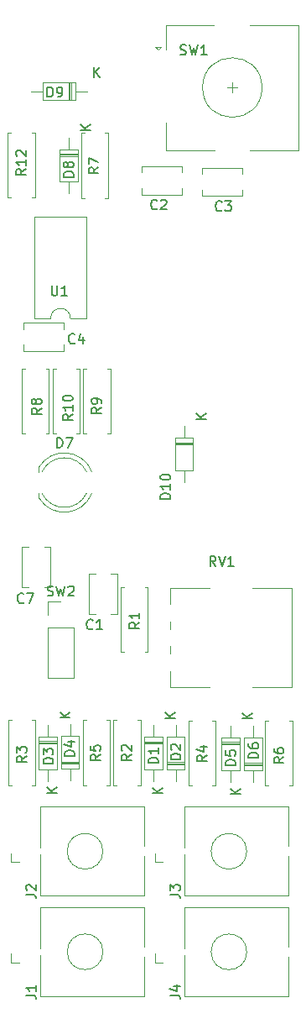
<source format=gbr>
%TF.GenerationSoftware,KiCad,Pcbnew,(5.1.6)-1*%
%TF.CreationDate,2021-07-09T22:50:56+02:00*%
%TF.ProjectId,Quantizer,5175616e-7469-47a6-9572-2e6b69636164,rev?*%
%TF.SameCoordinates,Original*%
%TF.FileFunction,Legend,Top*%
%TF.FilePolarity,Positive*%
%FSLAX46Y46*%
G04 Gerber Fmt 4.6, Leading zero omitted, Abs format (unit mm)*
G04 Created by KiCad (PCBNEW (5.1.6)-1) date 2021-07-09 22:50:56*
%MOMM*%
%LPD*%
G01*
G04 APERTURE LIST*
%ADD10C,0.120000*%
%ADD11C,0.150000*%
G04 APERTURE END LIST*
D10*
%TO.C,SW1*%
X198099600Y-69835400D02*
G75*
G03*
X198099600Y-69835400I-3000000J0D01*
G01*
X196899600Y-63535400D02*
X201799600Y-63535400D01*
X201799600Y-63535400D02*
X201799600Y-76135400D01*
X201799600Y-76135400D02*
X196899600Y-76135400D01*
X193299600Y-76135400D02*
X188399600Y-76135400D01*
X188399600Y-76135400D02*
X188399600Y-73335400D01*
X193199600Y-63535400D02*
X188399600Y-63535400D01*
X188399600Y-63535400D02*
X188399600Y-66035400D01*
X187599600Y-66035400D02*
X187299600Y-65735400D01*
X187299600Y-65735400D02*
X187899600Y-65735400D01*
X187899600Y-65735400D02*
X187599600Y-66035400D01*
X195099600Y-69335400D02*
X195099600Y-70335400D01*
X194599600Y-69835400D02*
X195599600Y-69835400D01*
%TO.C,D10*%
X191153400Y-105141600D02*
X189313400Y-105141600D01*
X189313400Y-105141600D02*
X189313400Y-108421600D01*
X189313400Y-108421600D02*
X191153400Y-108421600D01*
X191153400Y-108421600D02*
X191153400Y-105141600D01*
X190233400Y-103961600D02*
X190233400Y-105141600D01*
X190233400Y-109601600D02*
X190233400Y-108421600D01*
X191153400Y-105717600D02*
X189313400Y-105717600D01*
X191153400Y-105837600D02*
X189313400Y-105837600D01*
X191153400Y-105597600D02*
X189313400Y-105597600D01*
%TO.C,C7*%
X176718200Y-116171600D02*
X176718200Y-120211600D01*
X173878200Y-116171600D02*
X173878200Y-120211600D01*
X176718200Y-116171600D02*
X176093200Y-116171600D01*
X174503200Y-116171600D02*
X173878200Y-116171600D01*
X176718200Y-120211600D02*
X176093200Y-120211600D01*
X174503200Y-120211600D02*
X173878200Y-120211600D01*
%TO.C,SW2*%
X176439800Y-121631400D02*
X177769800Y-121631400D01*
X176439800Y-122961400D02*
X176439800Y-121631400D01*
X176439800Y-124231400D02*
X179099800Y-124231400D01*
X179099800Y-124231400D02*
X179099800Y-129371400D01*
X176439800Y-124231400D02*
X176439800Y-129371400D01*
X176439800Y-129371400D02*
X179099800Y-129371400D01*
%TO.C,D7*%
X175570300Y-110731800D02*
X175570300Y-111196800D01*
X175570300Y-108106800D02*
X175570300Y-108571800D01*
X180384779Y-110732229D02*
G75*
G02*
X175875616Y-110731800I-2254479J1080429D01*
G01*
X180384779Y-108571371D02*
G75*
G03*
X175875616Y-108571800I-2254479J-1080429D01*
G01*
X180918115Y-110732627D02*
G75*
G02*
X175570300Y-111196630I-2787815J1080827D01*
G01*
X180918115Y-108570973D02*
G75*
G03*
X175570300Y-108106970I-2787815J-1080827D01*
G01*
%TO.C,RV1*%
X201100600Y-120241000D02*
X201100600Y-130282000D01*
X188860600Y-128632000D02*
X188860600Y-130282000D01*
X188860600Y-126133000D02*
X188860600Y-126892000D01*
X188860600Y-123633000D02*
X188860600Y-124392000D01*
X188860600Y-120241000D02*
X188860600Y-121891000D01*
X197164600Y-130282000D02*
X201100600Y-130282000D01*
X188860600Y-130282000D02*
X192797600Y-130282000D01*
X197164600Y-120241000D02*
X201100600Y-120241000D01*
X188860600Y-120241000D02*
X192797600Y-120241000D01*
%TO.C,R10*%
X179690800Y-98203000D02*
X179360800Y-98203000D01*
X179690800Y-104743000D02*
X179690800Y-98203000D01*
X179360800Y-104743000D02*
X179690800Y-104743000D01*
X176950800Y-98203000D02*
X177280800Y-98203000D01*
X176950800Y-104743000D02*
X176950800Y-98203000D01*
X177280800Y-104743000D02*
X176950800Y-104743000D01*
%TO.C,R9*%
X182789600Y-98203000D02*
X182459600Y-98203000D01*
X182789600Y-104743000D02*
X182789600Y-98203000D01*
X182459600Y-104743000D02*
X182789600Y-104743000D01*
X180049600Y-98203000D02*
X180379600Y-98203000D01*
X180049600Y-104743000D02*
X180049600Y-98203000D01*
X180379600Y-104743000D02*
X180049600Y-104743000D01*
%TO.C,R8*%
X176592000Y-98203000D02*
X176262000Y-98203000D01*
X176592000Y-104743000D02*
X176592000Y-98203000D01*
X176262000Y-104743000D02*
X176592000Y-104743000D01*
X173852000Y-98203000D02*
X174182000Y-98203000D01*
X173852000Y-104743000D02*
X173852000Y-98203000D01*
X174182000Y-104743000D02*
X173852000Y-104743000D01*
%TO.C,R6*%
X198413800Y-140201400D02*
X198743800Y-140201400D01*
X198413800Y-133661400D02*
X198413800Y-140201400D01*
X198743800Y-133661400D02*
X198413800Y-133661400D01*
X201153800Y-140201400D02*
X200823800Y-140201400D01*
X201153800Y-133661400D02*
X201153800Y-140201400D01*
X200823800Y-133661400D02*
X201153800Y-133661400D01*
%TO.C,R5*%
X182738800Y-133610600D02*
X182408800Y-133610600D01*
X182738800Y-140150600D02*
X182738800Y-133610600D01*
X182408800Y-140150600D02*
X182738800Y-140150600D01*
X179998800Y-133610600D02*
X180328800Y-133610600D01*
X179998800Y-140150600D02*
X179998800Y-133610600D01*
X180328800Y-140150600D02*
X179998800Y-140150600D01*
%TO.C,R4*%
X193432200Y-133636000D02*
X193102200Y-133636000D01*
X193432200Y-140176000D02*
X193432200Y-133636000D01*
X193102200Y-140176000D02*
X193432200Y-140176000D01*
X190692200Y-133636000D02*
X191022200Y-133636000D01*
X190692200Y-140176000D02*
X190692200Y-133636000D01*
X191022200Y-140176000D02*
X190692200Y-140176000D01*
%TO.C,R3*%
X172455000Y-140150600D02*
X172785000Y-140150600D01*
X172455000Y-133610600D02*
X172455000Y-140150600D01*
X172785000Y-133610600D02*
X172455000Y-133610600D01*
X175195000Y-140150600D02*
X174865000Y-140150600D01*
X175195000Y-133610600D02*
X175195000Y-140150600D01*
X174865000Y-133610600D02*
X175195000Y-133610600D01*
%TO.C,R2*%
X183097600Y-140150600D02*
X183427600Y-140150600D01*
X183097600Y-133610600D02*
X183097600Y-140150600D01*
X183427600Y-133610600D02*
X183097600Y-133610600D01*
X185837600Y-140150600D02*
X185507600Y-140150600D01*
X185837600Y-133610600D02*
X185837600Y-140150600D01*
X185507600Y-133610600D02*
X185837600Y-133610600D01*
%TO.C,R1*%
X183842000Y-126739400D02*
X184172000Y-126739400D01*
X183842000Y-120199400D02*
X183842000Y-126739400D01*
X184172000Y-120199400D02*
X183842000Y-120199400D01*
X186582000Y-126739400D02*
X186252000Y-126739400D01*
X186582000Y-120199400D02*
X186582000Y-126739400D01*
X186252000Y-120199400D02*
X186582000Y-120199400D01*
%TO.C,J3*%
X187277600Y-147872000D02*
X187277600Y-147012000D01*
X187277600Y-147872000D02*
X188077600Y-147872000D01*
X196557600Y-146812000D02*
G75*
G03*
X196557600Y-146812000I-1800000J0D01*
G01*
X190257600Y-147162000D02*
X190257600Y-151312000D01*
X190257600Y-142312000D02*
X190257600Y-146462000D01*
X200757600Y-147312000D02*
X200757600Y-151312000D01*
X200757600Y-142312000D02*
X200757600Y-146312000D01*
X190257600Y-142312000D02*
X200757600Y-142312000D01*
X190257600Y-151312000D02*
X200757600Y-151312000D01*
%TO.C,J2*%
X172748800Y-147872000D02*
X172748800Y-147012000D01*
X172748800Y-147872000D02*
X173548800Y-147872000D01*
X182028800Y-146812000D02*
G75*
G03*
X182028800Y-146812000I-1800000J0D01*
G01*
X175728800Y-147162000D02*
X175728800Y-151312000D01*
X175728800Y-142312000D02*
X175728800Y-146462000D01*
X186228800Y-147312000D02*
X186228800Y-151312000D01*
X186228800Y-142312000D02*
X186228800Y-146312000D01*
X175728800Y-142312000D02*
X186228800Y-142312000D01*
X175728800Y-151312000D02*
X186228800Y-151312000D01*
%TO.C,J1*%
X172748800Y-158006600D02*
X172748800Y-157146600D01*
X172748800Y-158006600D02*
X173548800Y-158006600D01*
X182028800Y-156946600D02*
G75*
G03*
X182028800Y-156946600I-1800000J0D01*
G01*
X175728800Y-157296600D02*
X175728800Y-161446600D01*
X175728800Y-152446600D02*
X175728800Y-156596600D01*
X186228800Y-157446600D02*
X186228800Y-161446600D01*
X186228800Y-152446600D02*
X186228800Y-156446600D01*
X175728800Y-152446600D02*
X186228800Y-152446600D01*
X175728800Y-161446600D02*
X186228800Y-161446600D01*
%TO.C,D9*%
X178801400Y-71125600D02*
X178801400Y-69285600D01*
X178561400Y-71125600D02*
X178561400Y-69285600D01*
X178681400Y-71125600D02*
X178681400Y-69285600D01*
X174797400Y-70205600D02*
X175977400Y-70205600D01*
X180437400Y-70205600D02*
X179257400Y-70205600D01*
X175977400Y-71125600D02*
X179257400Y-71125600D01*
X175977400Y-69285600D02*
X175977400Y-71125600D01*
X179257400Y-69285600D02*
X175977400Y-69285600D01*
X179257400Y-71125600D02*
X179257400Y-69285600D01*
%TO.C,D6*%
X196280800Y-138166200D02*
X198120800Y-138166200D01*
X196280800Y-137926200D02*
X198120800Y-137926200D01*
X196280800Y-138046200D02*
X198120800Y-138046200D01*
X197200800Y-134162200D02*
X197200800Y-135342200D01*
X197200800Y-139802200D02*
X197200800Y-138622200D01*
X196280800Y-135342200D02*
X196280800Y-138622200D01*
X198120800Y-135342200D02*
X196280800Y-135342200D01*
X198120800Y-138622200D02*
X198120800Y-135342200D01*
X196280800Y-138622200D02*
X198120800Y-138622200D01*
%TO.C,D5*%
X195827000Y-135798200D02*
X193987000Y-135798200D01*
X195827000Y-136038200D02*
X193987000Y-136038200D01*
X195827000Y-135918200D02*
X193987000Y-135918200D01*
X194907000Y-139802200D02*
X194907000Y-138622200D01*
X194907000Y-134162200D02*
X194907000Y-135342200D01*
X195827000Y-138622200D02*
X195827000Y-135342200D01*
X193987000Y-138622200D02*
X195827000Y-138622200D01*
X193987000Y-135342200D02*
X193987000Y-138622200D01*
X195827000Y-135342200D02*
X193987000Y-135342200D01*
%TO.C,D4*%
X177789600Y-138013800D02*
X179629600Y-138013800D01*
X177789600Y-137773800D02*
X179629600Y-137773800D01*
X177789600Y-137893800D02*
X179629600Y-137893800D01*
X178709600Y-134009800D02*
X178709600Y-135189800D01*
X178709600Y-139649800D02*
X178709600Y-138469800D01*
X177789600Y-135189800D02*
X177789600Y-138469800D01*
X179629600Y-135189800D02*
X177789600Y-135189800D01*
X179629600Y-138469800D02*
X179629600Y-135189800D01*
X177789600Y-138469800D02*
X179629600Y-138469800D01*
%TO.C,D3*%
X177412000Y-135722000D02*
X175572000Y-135722000D01*
X177412000Y-135962000D02*
X175572000Y-135962000D01*
X177412000Y-135842000D02*
X175572000Y-135842000D01*
X176492000Y-139726000D02*
X176492000Y-138546000D01*
X176492000Y-134086000D02*
X176492000Y-135266000D01*
X177412000Y-138546000D02*
X177412000Y-135266000D01*
X175572000Y-138546000D02*
X177412000Y-138546000D01*
X175572000Y-135266000D02*
X175572000Y-138546000D01*
X177412000Y-135266000D02*
X175572000Y-135266000D01*
%TO.C,D2*%
X188457600Y-138090000D02*
X190297600Y-138090000D01*
X188457600Y-137850000D02*
X190297600Y-137850000D01*
X188457600Y-137970000D02*
X190297600Y-137970000D01*
X189377600Y-134086000D02*
X189377600Y-135266000D01*
X189377600Y-139726000D02*
X189377600Y-138546000D01*
X188457600Y-135266000D02*
X188457600Y-138546000D01*
X190297600Y-135266000D02*
X188457600Y-135266000D01*
X190297600Y-138546000D02*
X190297600Y-135266000D01*
X188457600Y-138546000D02*
X190297600Y-138546000D01*
%TO.C,D1*%
X188054600Y-135747400D02*
X186214600Y-135747400D01*
X188054600Y-135987400D02*
X186214600Y-135987400D01*
X188054600Y-135867400D02*
X186214600Y-135867400D01*
X187134600Y-139751400D02*
X187134600Y-138571400D01*
X187134600Y-134111400D02*
X187134600Y-135291400D01*
X188054600Y-138571400D02*
X188054600Y-135291400D01*
X186214600Y-138571400D02*
X188054600Y-138571400D01*
X186214600Y-135291400D02*
X186214600Y-138571400D01*
X188054600Y-135291400D02*
X186214600Y-135291400D01*
%TO.C,C3*%
X196102000Y-80144600D02*
X196102000Y-80769600D01*
X196102000Y-77929600D02*
X196102000Y-78554600D01*
X192062000Y-80144600D02*
X192062000Y-80769600D01*
X192062000Y-77929600D02*
X192062000Y-78554600D01*
X192062000Y-80769600D02*
X196102000Y-80769600D01*
X192062000Y-77929600D02*
X196102000Y-77929600D01*
%TO.C,C2*%
X189980600Y-79992200D02*
X189980600Y-80617200D01*
X189980600Y-77777200D02*
X189980600Y-78402200D01*
X185940600Y-79992200D02*
X185940600Y-80617200D01*
X185940600Y-77777200D02*
X185940600Y-78402200D01*
X185940600Y-80617200D02*
X189980600Y-80617200D01*
X185940600Y-77777200D02*
X189980600Y-77777200D01*
%TO.C,C1*%
X182857400Y-118878600D02*
X183482400Y-118878600D01*
X180642400Y-118878600D02*
X181267400Y-118878600D01*
X182857400Y-122918600D02*
X183482400Y-122918600D01*
X180642400Y-122918600D02*
X181267400Y-122918600D01*
X183482400Y-122918600D02*
X183482400Y-118878600D01*
X180642400Y-122918600D02*
X180642400Y-118878600D01*
%TO.C,U1*%
X175102400Y-93100200D02*
X176752400Y-93100200D01*
X175102400Y-82820200D02*
X175102400Y-93100200D01*
X180402400Y-82820200D02*
X175102400Y-82820200D01*
X180402400Y-93100200D02*
X180402400Y-82820200D01*
X178752400Y-93100200D02*
X180402400Y-93100200D01*
X176752400Y-93100200D02*
G75*
G02*
X178752400Y-93100200I1000000J0D01*
G01*
%TO.C,J4*%
X187277600Y-158006600D02*
X187277600Y-157146600D01*
X187277600Y-158006600D02*
X188077600Y-158006600D01*
X196557600Y-156946600D02*
G75*
G03*
X196557600Y-156946600I-1800000J0D01*
G01*
X190257600Y-157296600D02*
X190257600Y-161446600D01*
X190257600Y-152446600D02*
X190257600Y-156596600D01*
X200757600Y-157446600D02*
X200757600Y-161446600D01*
X200757600Y-152446600D02*
X200757600Y-156446600D01*
X190257600Y-152446600D02*
X200757600Y-152446600D01*
X190257600Y-161446600D02*
X200757600Y-161446600D01*
%TO.C,D8*%
X179494800Y-76514600D02*
X177654800Y-76514600D01*
X179494800Y-76754600D02*
X177654800Y-76754600D01*
X179494800Y-76634600D02*
X177654800Y-76634600D01*
X178574800Y-80518600D02*
X178574800Y-79338600D01*
X178574800Y-74878600D02*
X178574800Y-76058600D01*
X179494800Y-79338600D02*
X179494800Y-76058600D01*
X177654800Y-79338600D02*
X179494800Y-79338600D01*
X177654800Y-76058600D02*
X177654800Y-79338600D01*
X179494800Y-76058600D02*
X177654800Y-76058600D01*
%TO.C,R12*%
X175177400Y-74403200D02*
X174847400Y-74403200D01*
X175177400Y-80943200D02*
X175177400Y-74403200D01*
X174847400Y-80943200D02*
X175177400Y-80943200D01*
X172437400Y-74403200D02*
X172767400Y-74403200D01*
X172437400Y-80943200D02*
X172437400Y-74403200D01*
X172767400Y-80943200D02*
X172437400Y-80943200D01*
%TO.C,R7*%
X179821000Y-80968600D02*
X180151000Y-80968600D01*
X179821000Y-74428600D02*
X179821000Y-80968600D01*
X180151000Y-74428600D02*
X179821000Y-74428600D01*
X182561000Y-80968600D02*
X182231000Y-80968600D01*
X182561000Y-74428600D02*
X182561000Y-80968600D01*
X182231000Y-74428600D02*
X182561000Y-74428600D01*
%TO.C,C4*%
X178034800Y-95765600D02*
X178034800Y-96390600D01*
X178034800Y-93550600D02*
X178034800Y-94175600D01*
X173994800Y-95765600D02*
X173994800Y-96390600D01*
X173994800Y-93550600D02*
X173994800Y-94175600D01*
X173994800Y-96390600D02*
X178034800Y-96390600D01*
X173994800Y-93550600D02*
X178034800Y-93550600D01*
%TO.C,SW1*%
D11*
X189852466Y-66495561D02*
X189995323Y-66543180D01*
X190233419Y-66543180D01*
X190328657Y-66495561D01*
X190376276Y-66447942D01*
X190423895Y-66352704D01*
X190423895Y-66257466D01*
X190376276Y-66162228D01*
X190328657Y-66114609D01*
X190233419Y-66066990D01*
X190042942Y-66019371D01*
X189947704Y-65971752D01*
X189900085Y-65924133D01*
X189852466Y-65828895D01*
X189852466Y-65733657D01*
X189900085Y-65638419D01*
X189947704Y-65590800D01*
X190042942Y-65543180D01*
X190281038Y-65543180D01*
X190423895Y-65590800D01*
X190757228Y-65543180D02*
X190995323Y-66543180D01*
X191185800Y-65828895D01*
X191376276Y-66543180D01*
X191614371Y-65543180D01*
X192519133Y-66543180D02*
X191947704Y-66543180D01*
X192233419Y-66543180D02*
X192233419Y-65543180D01*
X192138180Y-65686038D01*
X192042942Y-65781276D01*
X191947704Y-65828895D01*
%TO.C,D10*%
X188839380Y-111297885D02*
X187839380Y-111297885D01*
X187839380Y-111059790D01*
X187887000Y-110916933D01*
X187982238Y-110821695D01*
X188077476Y-110774076D01*
X188267952Y-110726457D01*
X188410809Y-110726457D01*
X188601285Y-110774076D01*
X188696523Y-110821695D01*
X188791761Y-110916933D01*
X188839380Y-111059790D01*
X188839380Y-111297885D01*
X188839380Y-109774076D02*
X188839380Y-110345504D01*
X188839380Y-110059790D02*
X187839380Y-110059790D01*
X187982238Y-110155028D01*
X188077476Y-110250266D01*
X188125095Y-110345504D01*
X187839380Y-109155028D02*
X187839380Y-109059790D01*
X187887000Y-108964552D01*
X187934619Y-108916933D01*
X188029857Y-108869314D01*
X188220333Y-108821695D01*
X188458428Y-108821695D01*
X188648904Y-108869314D01*
X188744142Y-108916933D01*
X188791761Y-108964552D01*
X188839380Y-109059790D01*
X188839380Y-109155028D01*
X188791761Y-109250266D01*
X188744142Y-109297885D01*
X188648904Y-109345504D01*
X188458428Y-109393123D01*
X188220333Y-109393123D01*
X188029857Y-109345504D01*
X187934619Y-109297885D01*
X187887000Y-109250266D01*
X187839380Y-109155028D01*
X192435780Y-103233504D02*
X191435780Y-103233504D01*
X192435780Y-102662076D02*
X191864352Y-103090647D01*
X191435780Y-102662076D02*
X192007209Y-103233504D01*
%TO.C,C7*%
X174021733Y-121718342D02*
X173974114Y-121765961D01*
X173831257Y-121813580D01*
X173736019Y-121813580D01*
X173593161Y-121765961D01*
X173497923Y-121670723D01*
X173450304Y-121575485D01*
X173402685Y-121385009D01*
X173402685Y-121242152D01*
X173450304Y-121051676D01*
X173497923Y-120956438D01*
X173593161Y-120861200D01*
X173736019Y-120813580D01*
X173831257Y-120813580D01*
X173974114Y-120861200D01*
X174021733Y-120908819D01*
X174355066Y-120813580D02*
X175021733Y-120813580D01*
X174593161Y-121813580D01*
%TO.C,SW2*%
X176436466Y-121036161D02*
X176579323Y-121083780D01*
X176817419Y-121083780D01*
X176912657Y-121036161D01*
X176960276Y-120988542D01*
X177007895Y-120893304D01*
X177007895Y-120798066D01*
X176960276Y-120702828D01*
X176912657Y-120655209D01*
X176817419Y-120607590D01*
X176626942Y-120559971D01*
X176531704Y-120512352D01*
X176484085Y-120464733D01*
X176436466Y-120369495D01*
X176436466Y-120274257D01*
X176484085Y-120179019D01*
X176531704Y-120131400D01*
X176626942Y-120083780D01*
X176865038Y-120083780D01*
X177007895Y-120131400D01*
X177341228Y-120083780D02*
X177579323Y-121083780D01*
X177769800Y-120369495D01*
X177960276Y-121083780D01*
X178198371Y-120083780D01*
X178531704Y-120179019D02*
X178579323Y-120131400D01*
X178674561Y-120083780D01*
X178912657Y-120083780D01*
X179007895Y-120131400D01*
X179055514Y-120179019D01*
X179103133Y-120274257D01*
X179103133Y-120369495D01*
X179055514Y-120512352D01*
X178484085Y-121083780D01*
X179103133Y-121083780D01*
%TO.C,D7*%
X177392204Y-106144180D02*
X177392204Y-105144180D01*
X177630300Y-105144180D01*
X177773157Y-105191800D01*
X177868395Y-105287038D01*
X177916014Y-105382276D01*
X177963633Y-105572752D01*
X177963633Y-105715609D01*
X177916014Y-105906085D01*
X177868395Y-106001323D01*
X177773157Y-106096561D01*
X177630300Y-106144180D01*
X177392204Y-106144180D01*
X178296966Y-105144180D02*
X178963633Y-105144180D01*
X178535061Y-106144180D01*
%TO.C,RV1*%
X193435361Y-118064380D02*
X193102028Y-117588190D01*
X192863933Y-118064380D02*
X192863933Y-117064380D01*
X193244885Y-117064380D01*
X193340123Y-117112000D01*
X193387742Y-117159619D01*
X193435361Y-117254857D01*
X193435361Y-117397714D01*
X193387742Y-117492952D01*
X193340123Y-117540571D01*
X193244885Y-117588190D01*
X192863933Y-117588190D01*
X193721076Y-117064380D02*
X194054409Y-118064380D01*
X194387742Y-117064380D01*
X195244885Y-118064380D02*
X194673457Y-118064380D01*
X194959171Y-118064380D02*
X194959171Y-117064380D01*
X194863933Y-117207238D01*
X194768695Y-117302476D01*
X194673457Y-117350095D01*
%TO.C,R10*%
X178984180Y-102776257D02*
X178507990Y-103109590D01*
X178984180Y-103347685D02*
X177984180Y-103347685D01*
X177984180Y-102966733D01*
X178031800Y-102871495D01*
X178079419Y-102823876D01*
X178174657Y-102776257D01*
X178317514Y-102776257D01*
X178412752Y-102823876D01*
X178460371Y-102871495D01*
X178507990Y-102966733D01*
X178507990Y-103347685D01*
X178984180Y-101823876D02*
X178984180Y-102395304D01*
X178984180Y-102109590D02*
X177984180Y-102109590D01*
X178127038Y-102204828D01*
X178222276Y-102300066D01*
X178269895Y-102395304D01*
X177984180Y-101204828D02*
X177984180Y-101109590D01*
X178031800Y-101014352D01*
X178079419Y-100966733D01*
X178174657Y-100919114D01*
X178365133Y-100871495D01*
X178603228Y-100871495D01*
X178793704Y-100919114D01*
X178888942Y-100966733D01*
X178936561Y-101014352D01*
X178984180Y-101109590D01*
X178984180Y-101204828D01*
X178936561Y-101300066D01*
X178888942Y-101347685D01*
X178793704Y-101395304D01*
X178603228Y-101442923D01*
X178365133Y-101442923D01*
X178174657Y-101395304D01*
X178079419Y-101347685D01*
X178031800Y-101300066D01*
X177984180Y-101204828D01*
%TO.C,R9*%
X181879780Y-102096866D02*
X181403590Y-102430200D01*
X181879780Y-102668295D02*
X180879780Y-102668295D01*
X180879780Y-102287342D01*
X180927400Y-102192104D01*
X180975019Y-102144485D01*
X181070257Y-102096866D01*
X181213114Y-102096866D01*
X181308352Y-102144485D01*
X181355971Y-102192104D01*
X181403590Y-102287342D01*
X181403590Y-102668295D01*
X181879780Y-101620676D02*
X181879780Y-101430200D01*
X181832161Y-101334961D01*
X181784542Y-101287342D01*
X181641685Y-101192104D01*
X181451209Y-101144485D01*
X181070257Y-101144485D01*
X180975019Y-101192104D01*
X180927400Y-101239723D01*
X180879780Y-101334961D01*
X180879780Y-101525438D01*
X180927400Y-101620676D01*
X180975019Y-101668295D01*
X181070257Y-101715914D01*
X181308352Y-101715914D01*
X181403590Y-101668295D01*
X181451209Y-101620676D01*
X181498828Y-101525438D01*
X181498828Y-101334961D01*
X181451209Y-101239723D01*
X181403590Y-101192104D01*
X181308352Y-101144485D01*
%TO.C,R8*%
X175834580Y-102147666D02*
X175358390Y-102481000D01*
X175834580Y-102719095D02*
X174834580Y-102719095D01*
X174834580Y-102338142D01*
X174882200Y-102242904D01*
X174929819Y-102195285D01*
X175025057Y-102147666D01*
X175167914Y-102147666D01*
X175263152Y-102195285D01*
X175310771Y-102242904D01*
X175358390Y-102338142D01*
X175358390Y-102719095D01*
X175263152Y-101576238D02*
X175215533Y-101671476D01*
X175167914Y-101719095D01*
X175072676Y-101766714D01*
X175025057Y-101766714D01*
X174929819Y-101719095D01*
X174882200Y-101671476D01*
X174834580Y-101576238D01*
X174834580Y-101385761D01*
X174882200Y-101290523D01*
X174929819Y-101242904D01*
X175025057Y-101195285D01*
X175072676Y-101195285D01*
X175167914Y-101242904D01*
X175215533Y-101290523D01*
X175263152Y-101385761D01*
X175263152Y-101576238D01*
X175310771Y-101671476D01*
X175358390Y-101719095D01*
X175453628Y-101766714D01*
X175644104Y-101766714D01*
X175739342Y-101719095D01*
X175786961Y-101671476D01*
X175834580Y-101576238D01*
X175834580Y-101385761D01*
X175786961Y-101290523D01*
X175739342Y-101242904D01*
X175644104Y-101195285D01*
X175453628Y-101195285D01*
X175358390Y-101242904D01*
X175310771Y-101290523D01*
X175263152Y-101385761D01*
%TO.C,R6*%
X200294780Y-137326666D02*
X199818590Y-137660000D01*
X200294780Y-137898095D02*
X199294780Y-137898095D01*
X199294780Y-137517142D01*
X199342400Y-137421904D01*
X199390019Y-137374285D01*
X199485257Y-137326666D01*
X199628114Y-137326666D01*
X199723352Y-137374285D01*
X199770971Y-137421904D01*
X199818590Y-137517142D01*
X199818590Y-137898095D01*
X199294780Y-136469523D02*
X199294780Y-136660000D01*
X199342400Y-136755238D01*
X199390019Y-136802857D01*
X199532876Y-136898095D01*
X199723352Y-136945714D01*
X200104304Y-136945714D01*
X200199542Y-136898095D01*
X200247161Y-136850476D01*
X200294780Y-136755238D01*
X200294780Y-136564761D01*
X200247161Y-136469523D01*
X200199542Y-136421904D01*
X200104304Y-136374285D01*
X199866209Y-136374285D01*
X199770971Y-136421904D01*
X199723352Y-136469523D01*
X199675733Y-136564761D01*
X199675733Y-136755238D01*
X199723352Y-136850476D01*
X199770971Y-136898095D01*
X199866209Y-136945714D01*
%TO.C,R5*%
X181778180Y-137072666D02*
X181301990Y-137406000D01*
X181778180Y-137644095D02*
X180778180Y-137644095D01*
X180778180Y-137263142D01*
X180825800Y-137167904D01*
X180873419Y-137120285D01*
X180968657Y-137072666D01*
X181111514Y-137072666D01*
X181206752Y-137120285D01*
X181254371Y-137167904D01*
X181301990Y-137263142D01*
X181301990Y-137644095D01*
X180778180Y-136167904D02*
X180778180Y-136644095D01*
X181254371Y-136691714D01*
X181206752Y-136644095D01*
X181159133Y-136548857D01*
X181159133Y-136310761D01*
X181206752Y-136215523D01*
X181254371Y-136167904D01*
X181349609Y-136120285D01*
X181587704Y-136120285D01*
X181682942Y-136167904D01*
X181730561Y-136215523D01*
X181778180Y-136310761D01*
X181778180Y-136548857D01*
X181730561Y-136644095D01*
X181682942Y-136691714D01*
%TO.C,R4*%
X192522380Y-137148866D02*
X192046190Y-137482200D01*
X192522380Y-137720295D02*
X191522380Y-137720295D01*
X191522380Y-137339342D01*
X191570000Y-137244104D01*
X191617619Y-137196485D01*
X191712857Y-137148866D01*
X191855714Y-137148866D01*
X191950952Y-137196485D01*
X191998571Y-137244104D01*
X192046190Y-137339342D01*
X192046190Y-137720295D01*
X191855714Y-136291723D02*
X192522380Y-136291723D01*
X191474761Y-136529819D02*
X192189047Y-136767914D01*
X192189047Y-136148866D01*
%TO.C,R3*%
X174310580Y-137225066D02*
X173834390Y-137558400D01*
X174310580Y-137796495D02*
X173310580Y-137796495D01*
X173310580Y-137415542D01*
X173358200Y-137320304D01*
X173405819Y-137272685D01*
X173501057Y-137225066D01*
X173643914Y-137225066D01*
X173739152Y-137272685D01*
X173786771Y-137320304D01*
X173834390Y-137415542D01*
X173834390Y-137796495D01*
X173310580Y-136891733D02*
X173310580Y-136272685D01*
X173691533Y-136606019D01*
X173691533Y-136463161D01*
X173739152Y-136367923D01*
X173786771Y-136320304D01*
X173882009Y-136272685D01*
X174120104Y-136272685D01*
X174215342Y-136320304D01*
X174262961Y-136367923D01*
X174310580Y-136463161D01*
X174310580Y-136748876D01*
X174262961Y-136844114D01*
X174215342Y-136891733D01*
%TO.C,R2*%
X184902380Y-137047266D02*
X184426190Y-137380600D01*
X184902380Y-137618695D02*
X183902380Y-137618695D01*
X183902380Y-137237742D01*
X183950000Y-137142504D01*
X183997619Y-137094885D01*
X184092857Y-137047266D01*
X184235714Y-137047266D01*
X184330952Y-137094885D01*
X184378571Y-137142504D01*
X184426190Y-137237742D01*
X184426190Y-137618695D01*
X183997619Y-136666314D02*
X183950000Y-136618695D01*
X183902380Y-136523457D01*
X183902380Y-136285361D01*
X183950000Y-136190123D01*
X183997619Y-136142504D01*
X184092857Y-136094885D01*
X184188095Y-136094885D01*
X184330952Y-136142504D01*
X184902380Y-136713933D01*
X184902380Y-136094885D01*
%TO.C,R1*%
X185715180Y-123737666D02*
X185238990Y-124071000D01*
X185715180Y-124309095D02*
X184715180Y-124309095D01*
X184715180Y-123928142D01*
X184762800Y-123832904D01*
X184810419Y-123785285D01*
X184905657Y-123737666D01*
X185048514Y-123737666D01*
X185143752Y-123785285D01*
X185191371Y-123832904D01*
X185238990Y-123928142D01*
X185238990Y-124309095D01*
X185715180Y-122785285D02*
X185715180Y-123356714D01*
X185715180Y-123071000D02*
X184715180Y-123071000D01*
X184858038Y-123166238D01*
X184953276Y-123261476D01*
X185000895Y-123356714D01*
%TO.C,J3*%
X188809980Y-151175333D02*
X189524266Y-151175333D01*
X189667123Y-151222952D01*
X189762361Y-151318190D01*
X189809980Y-151461047D01*
X189809980Y-151556285D01*
X188809980Y-150794380D02*
X188809980Y-150175333D01*
X189190933Y-150508666D01*
X189190933Y-150365809D01*
X189238552Y-150270571D01*
X189286171Y-150222952D01*
X189381409Y-150175333D01*
X189619504Y-150175333D01*
X189714742Y-150222952D01*
X189762361Y-150270571D01*
X189809980Y-150365809D01*
X189809980Y-150651523D01*
X189762361Y-150746761D01*
X189714742Y-150794380D01*
%TO.C,J2*%
X174281180Y-151175333D02*
X174995466Y-151175333D01*
X175138323Y-151222952D01*
X175233561Y-151318190D01*
X175281180Y-151461047D01*
X175281180Y-151556285D01*
X174376419Y-150746761D02*
X174328800Y-150699142D01*
X174281180Y-150603904D01*
X174281180Y-150365809D01*
X174328800Y-150270571D01*
X174376419Y-150222952D01*
X174471657Y-150175333D01*
X174566895Y-150175333D01*
X174709752Y-150222952D01*
X175281180Y-150794380D01*
X175281180Y-150175333D01*
%TO.C,J1*%
X174281180Y-161309933D02*
X174995466Y-161309933D01*
X175138323Y-161357552D01*
X175233561Y-161452790D01*
X175281180Y-161595647D01*
X175281180Y-161690885D01*
X175281180Y-160309933D02*
X175281180Y-160881361D01*
X175281180Y-160595647D02*
X174281180Y-160595647D01*
X174424038Y-160690885D01*
X174519276Y-160786123D01*
X174566895Y-160881361D01*
%TO.C,D9*%
X176422104Y-70784980D02*
X176422104Y-69784980D01*
X176660200Y-69784980D01*
X176803057Y-69832600D01*
X176898295Y-69927838D01*
X176945914Y-70023076D01*
X176993533Y-70213552D01*
X176993533Y-70356409D01*
X176945914Y-70546885D01*
X176898295Y-70642123D01*
X176803057Y-70737361D01*
X176660200Y-70784980D01*
X176422104Y-70784980D01*
X177469723Y-70784980D02*
X177660200Y-70784980D01*
X177755438Y-70737361D01*
X177803057Y-70689742D01*
X177898295Y-70546885D01*
X177945914Y-70356409D01*
X177945914Y-69975457D01*
X177898295Y-69880219D01*
X177850676Y-69832600D01*
X177755438Y-69784980D01*
X177564961Y-69784980D01*
X177469723Y-69832600D01*
X177422104Y-69880219D01*
X177374485Y-69975457D01*
X177374485Y-70213552D01*
X177422104Y-70308790D01*
X177469723Y-70356409D01*
X177564961Y-70404028D01*
X177755438Y-70404028D01*
X177850676Y-70356409D01*
X177898295Y-70308790D01*
X177945914Y-70213552D01*
X181140095Y-68829180D02*
X181140095Y-67829180D01*
X181711523Y-68829180D02*
X181282952Y-68257752D01*
X181711523Y-67829180D02*
X181140095Y-68400609D01*
%TO.C,D6*%
X197729380Y-137415495D02*
X196729380Y-137415495D01*
X196729380Y-137177400D01*
X196777000Y-137034542D01*
X196872238Y-136939304D01*
X196967476Y-136891685D01*
X197157952Y-136844066D01*
X197300809Y-136844066D01*
X197491285Y-136891685D01*
X197586523Y-136939304D01*
X197681761Y-137034542D01*
X197729380Y-137177400D01*
X197729380Y-137415495D01*
X196729380Y-135986923D02*
X196729380Y-136177400D01*
X196777000Y-136272638D01*
X196824619Y-136320257D01*
X196967476Y-136415495D01*
X197157952Y-136463114D01*
X197538904Y-136463114D01*
X197634142Y-136415495D01*
X197681761Y-136367876D01*
X197729380Y-136272638D01*
X197729380Y-136082161D01*
X197681761Y-135986923D01*
X197634142Y-135939304D01*
X197538904Y-135891685D01*
X197300809Y-135891685D01*
X197205571Y-135939304D01*
X197157952Y-135986923D01*
X197110333Y-136082161D01*
X197110333Y-136272638D01*
X197157952Y-136367876D01*
X197205571Y-136415495D01*
X197300809Y-136463114D01*
X195903180Y-141054104D02*
X194903180Y-141054104D01*
X195903180Y-140482676D02*
X195331752Y-140911247D01*
X194903180Y-140482676D02*
X195474609Y-141054104D01*
%TO.C,D5*%
X195417980Y-138126695D02*
X194417980Y-138126695D01*
X194417980Y-137888600D01*
X194465600Y-137745742D01*
X194560838Y-137650504D01*
X194656076Y-137602885D01*
X194846552Y-137555266D01*
X194989409Y-137555266D01*
X195179885Y-137602885D01*
X195275123Y-137650504D01*
X195370361Y-137745742D01*
X195417980Y-137888600D01*
X195417980Y-138126695D01*
X194417980Y-136650504D02*
X194417980Y-137126695D01*
X194894171Y-137174314D01*
X194846552Y-137126695D01*
X194798933Y-137031457D01*
X194798933Y-136793361D01*
X194846552Y-136698123D01*
X194894171Y-136650504D01*
X194989409Y-136602885D01*
X195227504Y-136602885D01*
X195322742Y-136650504D01*
X195370361Y-136698123D01*
X195417980Y-136793361D01*
X195417980Y-137031457D01*
X195370361Y-137126695D01*
X195322742Y-137174314D01*
X197109380Y-133434104D02*
X196109380Y-133434104D01*
X197109380Y-132862676D02*
X196537952Y-133291247D01*
X196109380Y-132862676D02*
X196680809Y-133434104D01*
%TO.C,D4*%
X179154180Y-137212295D02*
X178154180Y-137212295D01*
X178154180Y-136974200D01*
X178201800Y-136831342D01*
X178297038Y-136736104D01*
X178392276Y-136688485D01*
X178582752Y-136640866D01*
X178725609Y-136640866D01*
X178916085Y-136688485D01*
X179011323Y-136736104D01*
X179106561Y-136831342D01*
X179154180Y-136974200D01*
X179154180Y-137212295D01*
X178487514Y-135783723D02*
X179154180Y-135783723D01*
X178106561Y-136021819D02*
X178820847Y-136259914D01*
X178820847Y-135640866D01*
X177411980Y-140901704D02*
X176411980Y-140901704D01*
X177411980Y-140330276D02*
X176840552Y-140758847D01*
X176411980Y-140330276D02*
X176983409Y-140901704D01*
%TO.C,D3*%
X177002980Y-137974295D02*
X176002980Y-137974295D01*
X176002980Y-137736200D01*
X176050600Y-137593342D01*
X176145838Y-137498104D01*
X176241076Y-137450485D01*
X176431552Y-137402866D01*
X176574409Y-137402866D01*
X176764885Y-137450485D01*
X176860123Y-137498104D01*
X176955361Y-137593342D01*
X177002980Y-137736200D01*
X177002980Y-137974295D01*
X176002980Y-137069533D02*
X176002980Y-136450485D01*
X176383933Y-136783819D01*
X176383933Y-136640961D01*
X176431552Y-136545723D01*
X176479171Y-136498104D01*
X176574409Y-136450485D01*
X176812504Y-136450485D01*
X176907742Y-136498104D01*
X176955361Y-136545723D01*
X177002980Y-136640961D01*
X177002980Y-136926676D01*
X176955361Y-137021914D01*
X176907742Y-137069533D01*
X178694380Y-133357904D02*
X177694380Y-133357904D01*
X178694380Y-132786476D02*
X178122952Y-133215047D01*
X177694380Y-132786476D02*
X178265809Y-133357904D01*
%TO.C,D2*%
X189872980Y-137542495D02*
X188872980Y-137542495D01*
X188872980Y-137304400D01*
X188920600Y-137161542D01*
X189015838Y-137066304D01*
X189111076Y-137018685D01*
X189301552Y-136971066D01*
X189444409Y-136971066D01*
X189634885Y-137018685D01*
X189730123Y-137066304D01*
X189825361Y-137161542D01*
X189872980Y-137304400D01*
X189872980Y-137542495D01*
X188968219Y-136590114D02*
X188920600Y-136542495D01*
X188872980Y-136447257D01*
X188872980Y-136209161D01*
X188920600Y-136113923D01*
X188968219Y-136066304D01*
X189063457Y-136018685D01*
X189158695Y-136018685D01*
X189301552Y-136066304D01*
X189872980Y-136637733D01*
X189872980Y-136018685D01*
X188079980Y-140977904D02*
X187079980Y-140977904D01*
X188079980Y-140406476D02*
X187508552Y-140835047D01*
X187079980Y-140406476D02*
X187651409Y-140977904D01*
%TO.C,D1*%
X187620180Y-137923495D02*
X186620180Y-137923495D01*
X186620180Y-137685400D01*
X186667800Y-137542542D01*
X186763038Y-137447304D01*
X186858276Y-137399685D01*
X187048752Y-137352066D01*
X187191609Y-137352066D01*
X187382085Y-137399685D01*
X187477323Y-137447304D01*
X187572561Y-137542542D01*
X187620180Y-137685400D01*
X187620180Y-137923495D01*
X187620180Y-136399685D02*
X187620180Y-136971114D01*
X187620180Y-136685400D02*
X186620180Y-136685400D01*
X186763038Y-136780638D01*
X186858276Y-136875876D01*
X186905895Y-136971114D01*
X189336980Y-133383304D02*
X188336980Y-133383304D01*
X189336980Y-132811876D02*
X188765552Y-133240447D01*
X188336980Y-132811876D02*
X188908409Y-133383304D01*
%TO.C,C3*%
X194036933Y-82195942D02*
X193989314Y-82243561D01*
X193846457Y-82291180D01*
X193751219Y-82291180D01*
X193608361Y-82243561D01*
X193513123Y-82148323D01*
X193465504Y-82053085D01*
X193417885Y-81862609D01*
X193417885Y-81719752D01*
X193465504Y-81529276D01*
X193513123Y-81434038D01*
X193608361Y-81338800D01*
X193751219Y-81291180D01*
X193846457Y-81291180D01*
X193989314Y-81338800D01*
X194036933Y-81386419D01*
X194370266Y-81291180D02*
X194989314Y-81291180D01*
X194655980Y-81672133D01*
X194798838Y-81672133D01*
X194894076Y-81719752D01*
X194941695Y-81767371D01*
X194989314Y-81862609D01*
X194989314Y-82100704D01*
X194941695Y-82195942D01*
X194894076Y-82243561D01*
X194798838Y-82291180D01*
X194513123Y-82291180D01*
X194417885Y-82243561D01*
X194370266Y-82195942D01*
%TO.C,C2*%
X187509133Y-82043542D02*
X187461514Y-82091161D01*
X187318657Y-82138780D01*
X187223419Y-82138780D01*
X187080561Y-82091161D01*
X186985323Y-81995923D01*
X186937704Y-81900685D01*
X186890085Y-81710209D01*
X186890085Y-81567352D01*
X186937704Y-81376876D01*
X186985323Y-81281638D01*
X187080561Y-81186400D01*
X187223419Y-81138780D01*
X187318657Y-81138780D01*
X187461514Y-81186400D01*
X187509133Y-81234019D01*
X187890085Y-81234019D02*
X187937704Y-81186400D01*
X188032942Y-81138780D01*
X188271038Y-81138780D01*
X188366276Y-81186400D01*
X188413895Y-81234019D01*
X188461514Y-81329257D01*
X188461514Y-81424495D01*
X188413895Y-81567352D01*
X187842466Y-82138780D01*
X188461514Y-82138780D01*
%TO.C,C1*%
X181006733Y-124359942D02*
X180959114Y-124407561D01*
X180816257Y-124455180D01*
X180721019Y-124455180D01*
X180578161Y-124407561D01*
X180482923Y-124312323D01*
X180435304Y-124217085D01*
X180387685Y-124026609D01*
X180387685Y-123883752D01*
X180435304Y-123693276D01*
X180482923Y-123598038D01*
X180578161Y-123502800D01*
X180721019Y-123455180D01*
X180816257Y-123455180D01*
X180959114Y-123502800D01*
X181006733Y-123550419D01*
X181959114Y-124455180D02*
X181387685Y-124455180D01*
X181673400Y-124455180D02*
X181673400Y-123455180D01*
X181578161Y-123598038D01*
X181482923Y-123693276D01*
X181387685Y-123740895D01*
%TO.C,U1*%
X176860295Y-89800180D02*
X176860295Y-90609704D01*
X176907914Y-90704942D01*
X176955533Y-90752561D01*
X177050771Y-90800180D01*
X177241247Y-90800180D01*
X177336485Y-90752561D01*
X177384104Y-90704942D01*
X177431723Y-90609704D01*
X177431723Y-89800180D01*
X178431723Y-90800180D02*
X177860295Y-90800180D01*
X178146009Y-90800180D02*
X178146009Y-89800180D01*
X178050771Y-89943038D01*
X177955533Y-90038276D01*
X177860295Y-90085895D01*
%TO.C,J4*%
X188809980Y-161309933D02*
X189524266Y-161309933D01*
X189667123Y-161357552D01*
X189762361Y-161452790D01*
X189809980Y-161595647D01*
X189809980Y-161690885D01*
X189143314Y-160405171D02*
X189809980Y-160405171D01*
X188762361Y-160643266D02*
X189476647Y-160881361D01*
X189476647Y-160262314D01*
%TO.C,D8*%
X179060380Y-78843095D02*
X178060380Y-78843095D01*
X178060380Y-78605000D01*
X178108000Y-78462142D01*
X178203238Y-78366904D01*
X178298476Y-78319285D01*
X178488952Y-78271666D01*
X178631809Y-78271666D01*
X178822285Y-78319285D01*
X178917523Y-78366904D01*
X179012761Y-78462142D01*
X179060380Y-78605000D01*
X179060380Y-78843095D01*
X178488952Y-77700238D02*
X178441333Y-77795476D01*
X178393714Y-77843095D01*
X178298476Y-77890714D01*
X178250857Y-77890714D01*
X178155619Y-77843095D01*
X178108000Y-77795476D01*
X178060380Y-77700238D01*
X178060380Y-77509761D01*
X178108000Y-77414523D01*
X178155619Y-77366904D01*
X178250857Y-77319285D01*
X178298476Y-77319285D01*
X178393714Y-77366904D01*
X178441333Y-77414523D01*
X178488952Y-77509761D01*
X178488952Y-77700238D01*
X178536571Y-77795476D01*
X178584190Y-77843095D01*
X178679428Y-77890714D01*
X178869904Y-77890714D01*
X178965142Y-77843095D01*
X179012761Y-77795476D01*
X179060380Y-77700238D01*
X179060380Y-77509761D01*
X179012761Y-77414523D01*
X178965142Y-77366904D01*
X178869904Y-77319285D01*
X178679428Y-77319285D01*
X178584190Y-77366904D01*
X178536571Y-77414523D01*
X178488952Y-77509761D01*
X180777180Y-74150504D02*
X179777180Y-74150504D01*
X180777180Y-73579076D02*
X180205752Y-74007647D01*
X179777180Y-73579076D02*
X180348609Y-74150504D01*
%TO.C,R12*%
X174259780Y-78062057D02*
X173783590Y-78395390D01*
X174259780Y-78633485D02*
X173259780Y-78633485D01*
X173259780Y-78252533D01*
X173307400Y-78157295D01*
X173355019Y-78109676D01*
X173450257Y-78062057D01*
X173593114Y-78062057D01*
X173688352Y-78109676D01*
X173735971Y-78157295D01*
X173783590Y-78252533D01*
X173783590Y-78633485D01*
X174259780Y-77109676D02*
X174259780Y-77681104D01*
X174259780Y-77395390D02*
X173259780Y-77395390D01*
X173402638Y-77490628D01*
X173497876Y-77585866D01*
X173545495Y-77681104D01*
X173355019Y-76728723D02*
X173307400Y-76681104D01*
X173259780Y-76585866D01*
X173259780Y-76347771D01*
X173307400Y-76252533D01*
X173355019Y-76204914D01*
X173450257Y-76157295D01*
X173545495Y-76157295D01*
X173688352Y-76204914D01*
X174259780Y-76776342D01*
X174259780Y-76157295D01*
%TO.C,R7*%
X181574980Y-77890666D02*
X181098790Y-78224000D01*
X181574980Y-78462095D02*
X180574980Y-78462095D01*
X180574980Y-78081142D01*
X180622600Y-77985904D01*
X180670219Y-77938285D01*
X180765457Y-77890666D01*
X180908314Y-77890666D01*
X181003552Y-77938285D01*
X181051171Y-77985904D01*
X181098790Y-78081142D01*
X181098790Y-78462095D01*
X180574980Y-77557333D02*
X180574980Y-76890666D01*
X181574980Y-77319238D01*
%TO.C,C4*%
X179182733Y-95556342D02*
X179135114Y-95603961D01*
X178992257Y-95651580D01*
X178897019Y-95651580D01*
X178754161Y-95603961D01*
X178658923Y-95508723D01*
X178611304Y-95413485D01*
X178563685Y-95223009D01*
X178563685Y-95080152D01*
X178611304Y-94889676D01*
X178658923Y-94794438D01*
X178754161Y-94699200D01*
X178897019Y-94651580D01*
X178992257Y-94651580D01*
X179135114Y-94699200D01*
X179182733Y-94746819D01*
X180039876Y-94984914D02*
X180039876Y-95651580D01*
X179801780Y-94603961D02*
X179563685Y-95318247D01*
X180182733Y-95318247D01*
%TD*%
M02*

</source>
